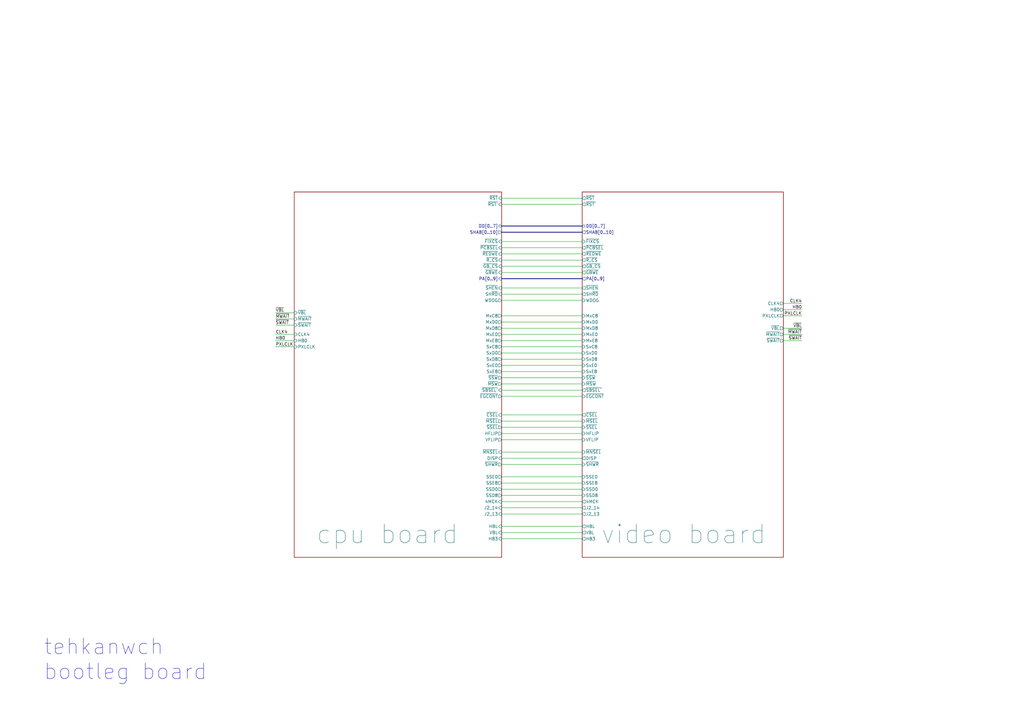
<source format=kicad_sch>
(kicad_sch
	(version 20231120)
	(generator "eeschema")
	(generator_version "8.0")
	(uuid "f324726e-ed6b-4b88-9562-4b07e126a276")
	(paper "A3")
	(title_block
		(title "TEHKAN WORLD CUP (tehkanwch bootleg)")
		(date "2024-10-12")
		(company "JOTEGO")
		(comment 1 "Jose Tejada")
	)
	(lib_symbols)
	(wire
		(pts
			(xy 205.74 187.96) (xy 238.76 187.96)
		)
		(stroke
			(width 0)
			(type default)
		)
		(uuid "02859d19-1d92-4bb4-9ff5-47cc697b3b24")
	)
	(wire
		(pts
			(xy 205.74 190.5) (xy 238.76 190.5)
		)
		(stroke
			(width 0)
			(type default)
		)
		(uuid "05c49087-267f-4784-a5a7-72c07c0e296e")
	)
	(wire
		(pts
			(xy 321.31 124.46) (xy 328.93 124.46)
		)
		(stroke
			(width 0)
			(type default)
		)
		(uuid "0c417360-606a-49a0-88ad-31d3111cc47c")
	)
	(wire
		(pts
			(xy 205.74 195.58) (xy 238.76 195.58)
		)
		(stroke
			(width 0)
			(type default)
		)
		(uuid "13ac3dc0-2056-493c-a243-e59c7d883193")
	)
	(wire
		(pts
			(xy 205.74 139.7) (xy 238.76 139.7)
		)
		(stroke
			(width 0)
			(type default)
		)
		(uuid "1405cc02-e5ce-4cd0-a50d-96caa4390f2c")
	)
	(bus
		(pts
			(xy 205.74 95.25) (xy 238.76 95.25)
		)
		(stroke
			(width 0)
			(type default)
		)
		(uuid "163a0543-fefc-4c44-a117-59027c995e0c")
	)
	(wire
		(pts
			(xy 205.74 208.28) (xy 238.76 208.28)
		)
		(stroke
			(width 0)
			(type default)
		)
		(uuid "1a173945-50ab-46e0-8797-88a209bc1ee6")
	)
	(wire
		(pts
			(xy 205.74 109.22) (xy 238.76 109.22)
		)
		(stroke
			(width 0)
			(type default)
		)
		(uuid "1c89c9d4-d22d-458e-b9fa-ad26552b6073")
	)
	(wire
		(pts
			(xy 321.31 134.62) (xy 328.93 134.62)
		)
		(stroke
			(width 0)
			(type default)
		)
		(uuid "1e4a3ca2-6c56-4327-9cc9-0326df0290a6")
	)
	(wire
		(pts
			(xy 321.31 129.54) (xy 328.93 129.54)
		)
		(stroke
			(width 0)
			(type default)
		)
		(uuid "2840dd47-4037-42bf-a421-3ab7d0410f7b")
	)
	(bus
		(pts
			(xy 205.74 92.71) (xy 238.76 92.71)
		)
		(stroke
			(width 0)
			(type default)
		)
		(uuid "29b54d67-b748-41a4-a41a-182680410723")
	)
	(wire
		(pts
			(xy 120.65 142.24) (xy 113.03 142.24)
		)
		(stroke
			(width 0)
			(type default)
		)
		(uuid "2ed62f05-87de-435e-a0d8-4120706bf594")
	)
	(wire
		(pts
			(xy 321.31 139.7) (xy 328.93 139.7)
		)
		(stroke
			(width 0)
			(type default)
		)
		(uuid "34978d31-4500-4f36-bdec-510401b113a0")
	)
	(wire
		(pts
			(xy 205.74 104.14) (xy 238.76 104.14)
		)
		(stroke
			(width 0)
			(type default)
		)
		(uuid "3f28c942-b80e-4703-aae6-67fc5073999a")
	)
	(wire
		(pts
			(xy 120.65 137.16) (xy 113.03 137.16)
		)
		(stroke
			(width 0)
			(type default)
		)
		(uuid "46980912-189c-4eca-925c-fd42027c6468")
	)
	(wire
		(pts
			(xy 205.74 180.34) (xy 238.76 180.34)
		)
		(stroke
			(width 0)
			(type default)
		)
		(uuid "4ee9fe78-3539-400d-95fc-09e5c248054d")
	)
	(wire
		(pts
			(xy 120.65 133.35) (xy 113.03 133.35)
		)
		(stroke
			(width 0)
			(type default)
		)
		(uuid "5057172d-4f42-482c-a22f-da48df5419ac")
	)
	(wire
		(pts
			(xy 205.74 198.12) (xy 238.76 198.12)
		)
		(stroke
			(width 0)
			(type default)
		)
		(uuid "50765f1f-0d04-4be3-b90d-49dc8eebb45e")
	)
	(wire
		(pts
			(xy 205.74 170.18) (xy 238.76 170.18)
		)
		(stroke
			(width 0)
			(type default)
		)
		(uuid "57cc8519-b92e-46ea-830d-7bc37e3f863b")
	)
	(wire
		(pts
			(xy 205.74 218.44) (xy 238.76 218.44)
		)
		(stroke
			(width 0)
			(type default)
		)
		(uuid "58510bd5-bb4f-4462-a712-d4708a1351eb")
	)
	(wire
		(pts
			(xy 120.65 139.7) (xy 113.03 139.7)
		)
		(stroke
			(width 0)
			(type default)
		)
		(uuid "5a9ece25-bba8-4d22-9df6-eee5961d8f5e")
	)
	(wire
		(pts
			(xy 205.74 123.19) (xy 238.76 123.19)
		)
		(stroke
			(width 0)
			(type default)
		)
		(uuid "5c031b1a-29d3-4ad2-9137-39f8acbfc410")
	)
	(wire
		(pts
			(xy 205.74 149.86) (xy 238.76 149.86)
		)
		(stroke
			(width 0)
			(type default)
		)
		(uuid "6428b800-f661-4edd-8bea-c1a2a67ed367")
	)
	(wire
		(pts
			(xy 120.65 130.81) (xy 113.03 130.81)
		)
		(stroke
			(width 0)
			(type default)
		)
		(uuid "694fd8d7-b1ca-4b1d-9677-45e48a80e7ac")
	)
	(wire
		(pts
			(xy 321.31 127) (xy 328.93 127)
		)
		(stroke
			(width 0)
			(type default)
		)
		(uuid "6f47b0a5-67de-4382-904f-5986e8a3807b")
	)
	(wire
		(pts
			(xy 205.74 215.9) (xy 238.76 215.9)
		)
		(stroke
			(width 0)
			(type default)
		)
		(uuid "73fcccef-ad1d-47a3-b5ea-bb7884661787")
	)
	(wire
		(pts
			(xy 321.31 137.16) (xy 328.93 137.16)
		)
		(stroke
			(width 0)
			(type default)
		)
		(uuid "763c2190-724e-4409-ad69-21bb3ae3c098")
	)
	(wire
		(pts
			(xy 205.74 172.72) (xy 238.76 172.72)
		)
		(stroke
			(width 0)
			(type default)
		)
		(uuid "7742b903-639e-4683-8f55-af926e53eab9")
	)
	(wire
		(pts
			(xy 205.74 154.94) (xy 238.76 154.94)
		)
		(stroke
			(width 0)
			(type default)
		)
		(uuid "77f6e292-3bc0-4ae8-a034-143b2695c89e")
	)
	(wire
		(pts
			(xy 205.74 160.02) (xy 238.76 160.02)
		)
		(stroke
			(width 0)
			(type default)
		)
		(uuid "7f7c6f1d-d7ce-4788-899c-cc9653fbcf70")
	)
	(wire
		(pts
			(xy 205.74 132.08) (xy 238.76 132.08)
		)
		(stroke
			(width 0)
			(type default)
		)
		(uuid "8063796b-63b1-4d63-bca9-014bb9981c9e")
	)
	(wire
		(pts
			(xy 205.74 142.24) (xy 238.76 142.24)
		)
		(stroke
			(width 0)
			(type default)
		)
		(uuid "86f3d0c3-4290-4cdd-9266-14f64ea8a4e1")
	)
	(wire
		(pts
			(xy 205.74 200.66) (xy 238.76 200.66)
		)
		(stroke
			(width 0)
			(type default)
		)
		(uuid "8a70ae53-f185-4ac8-b378-872e4a848dc1")
	)
	(wire
		(pts
			(xy 120.65 128.27) (xy 113.03 128.27)
		)
		(stroke
			(width 0)
			(type default)
		)
		(uuid "8c457cbb-fcd0-446e-91e9-ff90fa2e8871")
	)
	(wire
		(pts
			(xy 205.74 185.42) (xy 238.76 185.42)
		)
		(stroke
			(width 0)
			(type default)
		)
		(uuid "9149c505-8df3-4a0d-97a5-25803a35260a")
	)
	(wire
		(pts
			(xy 205.74 120.65) (xy 238.76 120.65)
		)
		(stroke
			(width 0)
			(type default)
		)
		(uuid "927fbaa4-1541-4085-a2e0-e29740ac968c")
	)
	(wire
		(pts
			(xy 205.74 175.26) (xy 238.76 175.26)
		)
		(stroke
			(width 0)
			(type default)
		)
		(uuid "92a22922-fd8a-453c-b55c-59d8a93f0c61")
	)
	(wire
		(pts
			(xy 205.74 177.8) (xy 238.76 177.8)
		)
		(stroke
			(width 0)
			(type default)
		)
		(uuid "946ce8e5-1abc-43cd-9cc4-007cd0324456")
	)
	(wire
		(pts
			(xy 205.74 144.78) (xy 238.76 144.78)
		)
		(stroke
			(width 0)
			(type default)
		)
		(uuid "995b7f55-7b26-4395-b0f9-11ffdb0059e4")
	)
	(wire
		(pts
			(xy 205.74 101.6) (xy 238.76 101.6)
		)
		(stroke
			(width 0)
			(type default)
		)
		(uuid "9aace464-f03b-4f86-bacf-409f036f38e3")
	)
	(bus
		(pts
			(xy 205.74 114.3) (xy 238.76 114.3)
		)
		(stroke
			(width 0)
			(type default)
		)
		(uuid "9f6789b3-aa2f-483c-9eaf-91e8c39291b7")
	)
	(wire
		(pts
			(xy 205.74 203.2) (xy 238.76 203.2)
		)
		(stroke
			(width 0)
			(type default)
		)
		(uuid "a06f4d08-8fa7-4196-ac73-635640dba816")
	)
	(wire
		(pts
			(xy 205.74 106.68) (xy 238.76 106.68)
		)
		(stroke
			(width 0)
			(type default)
		)
		(uuid "acf1791f-af0e-4b15-b6c7-9c133ba79e4b")
	)
	(wire
		(pts
			(xy 205.74 134.62) (xy 238.76 134.62)
		)
		(stroke
			(width 0)
			(type default)
		)
		(uuid "b2524ce5-d7de-4d6b-a484-f1e2ea75d2d2")
	)
	(wire
		(pts
			(xy 205.74 81.28) (xy 238.76 81.28)
		)
		(stroke
			(width 0)
			(type default)
		)
		(uuid "bb927a3e-b747-4420-a298-efec02597377")
	)
	(wire
		(pts
			(xy 205.74 111.76) (xy 238.76 111.76)
		)
		(stroke
			(width 0)
			(type default)
		)
		(uuid "c1e00d29-3810-46e3-97d0-7009b8fcb783")
	)
	(wire
		(pts
			(xy 205.74 210.82) (xy 238.76 210.82)
		)
		(stroke
			(width 0)
			(type default)
		)
		(uuid "c832f3ad-93ea-4d1d-8197-8f3296fe32ba")
	)
	(wire
		(pts
			(xy 205.74 129.54) (xy 238.76 129.54)
		)
		(stroke
			(width 0)
			(type default)
		)
		(uuid "cc29a593-4d6c-4a87-9149-6b5122e4c2c7")
	)
	(wire
		(pts
			(xy 205.74 205.74) (xy 238.76 205.74)
		)
		(stroke
			(width 0)
			(type default)
		)
		(uuid "d23cd553-5a4a-4327-8334-da59db92b2ea")
	)
	(wire
		(pts
			(xy 205.74 118.11) (xy 238.76 118.11)
		)
		(stroke
			(width 0)
			(type default)
		)
		(uuid "da00d44a-5d34-4dc8-90d5-43a234f1e521")
	)
	(wire
		(pts
			(xy 205.74 220.98) (xy 238.76 220.98)
		)
		(stroke
			(width 0)
			(type default)
		)
		(uuid "df2e925b-ebbf-4624-b425-c42af0595179")
	)
	(wire
		(pts
			(xy 205.74 152.4) (xy 238.76 152.4)
		)
		(stroke
			(width 0)
			(type default)
		)
		(uuid "e01385d1-0e53-47ab-9294-5f48974a3065")
	)
	(wire
		(pts
			(xy 205.74 147.32) (xy 238.76 147.32)
		)
		(stroke
			(width 0)
			(type default)
		)
		(uuid "e4ba2a04-778e-4a57-8451-e1e4858b5ac4")
	)
	(wire
		(pts
			(xy 205.74 137.16) (xy 238.76 137.16)
		)
		(stroke
			(width 0)
			(type default)
		)
		(uuid "e7b1b56a-7226-463d-a442-38d158ba773f")
	)
	(wire
		(pts
			(xy 205.74 83.82) (xy 238.76 83.82)
		)
		(stroke
			(width 0)
			(type default)
		)
		(uuid "ecea3977-fec9-433b-acc3-a6445dbe2f0f")
	)
	(wire
		(pts
			(xy 205.74 162.56) (xy 238.76 162.56)
		)
		(stroke
			(width 0)
			(type default)
		)
		(uuid "efb8fe9b-eb82-4d04-bfa3-32d9be56d339")
	)
	(wire
		(pts
			(xy 205.74 99.06) (xy 238.76 99.06)
		)
		(stroke
			(width 0)
			(type default)
		)
		(uuid "fac350cc-f983-4709-9ee5-59c1a765e4bd")
	)
	(wire
		(pts
			(xy 205.74 157.48) (xy 238.76 157.48)
		)
		(stroke
			(width 0)
			(type default)
		)
		(uuid "fdfb7d0d-4d95-4100-909d-f26f5864e2fd")
	)
	(text "tehkanwch\nbootleg board\n"
		(exclude_from_sim no)
		(at 17.78 270.51 0)
		(effects
			(font
				(size 6.35 6.35)
			)
			(justify left)
		)
		(uuid "b4c0f1d1-0cce-44f2-8710-7ea9a3421478")
	)
	(label "HB0"
		(at 328.93 127 180)
		(fields_autoplaced yes)
		(effects
			(font
				(size 1.27 1.27)
			)
			(justify right bottom)
		)
		(uuid "10fb6cd5-5106-404b-9ff7-44953b0f94cb")
	)
	(label "~{SWAIT}"
		(at 113.03 133.35 0)
		(fields_autoplaced yes)
		(effects
			(font
				(size 1.27 1.27)
			)
			(justify left bottom)
		)
		(uuid "309b99ac-08d9-433a-8b6d-1e8c4ca8493c")
	)
	(label "HB0"
		(at 113.03 139.7 0)
		(fields_autoplaced yes)
		(effects
			(font
				(size 1.27 1.27)
			)
			(justify left bottom)
		)
		(uuid "3d1d43eb-c07e-44e2-a398-299f396d2f19")
	)
	(label "PXLCLK"
		(at 328.93 129.54 180)
		(fields_autoplaced yes)
		(effects
			(font
				(size 1.27 1.27)
			)
			(justify right bottom)
		)
		(uuid "490f686a-111f-45cb-8164-6e2cc2f4ee37")
	)
	(label "CLK4"
		(at 113.03 137.16 0)
		(fields_autoplaced yes)
		(effects
			(font
				(size 1.27 1.27)
			)
			(justify left bottom)
		)
		(uuid "5977cfda-bdef-4781-aa22-62ea5b588857")
	)
	(label "~{VBL}"
		(at 113.03 128.27 0)
		(fields_autoplaced yes)
		(effects
			(font
				(size 1.27 1.27)
			)
			(justify left bottom)
		)
		(uuid "7a537441-507a-4e40-b901-146e2e0828d4")
	)
	(label "~{MWAIT}"
		(at 113.03 130.81 0)
		(fields_autoplaced yes)
		(effects
			(font
				(size 1.27 1.27)
			)
			(justify left bottom)
		)
		(uuid "8cca44fe-6ccb-4535-b063-18fe06f8de73")
	)
	(label "~{VBL}"
		(at 328.93 134.62 180)
		(fields_autoplaced yes)
		(effects
			(font
				(size 1.27 1.27)
			)
			(justify right bottom)
		)
		(uuid "9e1ba147-b8b5-43e3-b5f1-13a4ce9ae408")
	)
	(label "PXLCLK"
		(at 113.03 142.24 0)
		(fields_autoplaced yes)
		(effects
			(font
				(size 1.27 1.27)
			)
			(justify left bottom)
		)
		(uuid "b1afcbf8-f547-4116-97a7-8204b739fbef")
	)
	(label "~{MWAIT}"
		(at 328.93 137.16 180)
		(fields_autoplaced yes)
		(effects
			(font
				(size 1.27 1.27)
			)
			(justify right bottom)
		)
		(uuid "d1f9cf27-f234-40c6-baee-efdd42c5cfef")
	)
	(label "~{SWAIT}"
		(at 328.93 139.7 180)
		(fields_autoplaced yes)
		(effects
			(font
				(size 1.27 1.27)
			)
			(justify right bottom)
		)
		(uuid "ecd1a140-9c19-43df-ab18-f81e5f18adc9")
	)
	(label "CLK4"
		(at 328.93 124.46 180)
		(fields_autoplaced yes)
		(effects
			(font
				(size 1.27 1.27)
			)
			(justify right bottom)
		)
		(uuid "fb3be81f-63f2-4eb5-9bf6-2cc1bfc8454c")
	)
	(sheet
		(at 120.65 78.74)
		(size 85.09 149.86)
		(stroke
			(width 0.1524)
			(type solid)
		)
		(fill
			(color 0 0 0 0.0000)
		)
		(uuid "4d18f4f6-4d7d-4823-941f-121a8e5c871f")
		(property "Sheetname" "cpu board"
			(at 129.54 223.52 0)
			(effects
				(font
					(size 7.62 7.62)
				)
				(justify left bottom)
			)
		)
		(property "Sheetfile" "cpu.kicad_sch"
			(at 120.65 229.1846 0)
			(effects
				(font
					(size 1.27 1.27)
				)
				(justify left top)
				(hide yes)
			)
		)
		(pin "DD[0..7]" bidirectional
			(at 205.74 92.71 0)
			(effects
				(font
					(size 1.27 1.27)
				)
				(justify right)
			)
			(uuid "0d929285-2f80-420f-877f-ceef70444eb7")
		)
		(pin "~{EGCONT}" output
			(at 205.74 162.56 0)
			(effects
				(font
					(size 1.27 1.27)
				)
				(justify right)
			)
			(uuid "78ad4edf-b873-411d-a399-181b04bc1a92")
		)
		(pin "~{MSW}" output
			(at 205.74 157.48 0)
			(effects
				(font
					(size 1.27 1.27)
				)
				(justify right)
			)
			(uuid "3d2c3ddf-c3d9-4e99-ab98-d67937c1df49")
		)
		(pin "~{MSEL}" output
			(at 205.74 172.72 0)
			(effects
				(font
					(size 1.27 1.27)
				)
				(justify right)
			)
			(uuid "650d4a01-38dc-4fbd-9543-b1342c63e7e3")
		)
		(pin "~{SHEN}" input
			(at 205.74 118.11 0)
			(effects
				(font
					(size 1.27 1.27)
				)
				(justify right)
			)
			(uuid "b647c803-3977-493a-80ab-399780a0d76c")
		)
		(pin "SxD8" output
			(at 205.74 147.32 0)
			(effects
				(font
					(size 1.27 1.27)
				)
				(justify right)
			)
			(uuid "0f07a606-2fe0-45ae-b214-6e761859b2f1")
		)
		(pin "SxE0" output
			(at 205.74 149.86 0)
			(effects
				(font
					(size 1.27 1.27)
				)
				(justify right)
			)
			(uuid "c7a8ae1c-1ed9-453e-b416-fad3b21bf651")
		)
		(pin "MxD0" output
			(at 205.74 132.08 0)
			(effects
				(font
					(size 1.27 1.27)
				)
				(justify right)
			)
			(uuid "0f8fe431-40c4-4d57-9cca-da02f861d4d2")
		)
		(pin "MxE8" output
			(at 205.74 139.7 0)
			(effects
				(font
					(size 1.27 1.27)
				)
				(justify right)
			)
			(uuid "526863e6-2241-4f3b-9d96-d02c6b22b546")
		)
		(pin "MxE0" output
			(at 205.74 137.16 0)
			(effects
				(font
					(size 1.27 1.27)
				)
				(justify right)
			)
			(uuid "3a2d1f9b-eacc-48cd-b71b-bd6aae753d03")
		)
		(pin "SxD0" output
			(at 205.74 144.78 0)
			(effects
				(font
					(size 1.27 1.27)
				)
				(justify right)
			)
			(uuid "681718d0-31f4-47ca-8c01-50ff4247a59f")
		)
		(pin "SxE8" output
			(at 205.74 152.4 0)
			(effects
				(font
					(size 1.27 1.27)
				)
				(justify right)
			)
			(uuid "3f64e667-74ea-46e9-96da-2b68317ff9d1")
		)
		(pin "~{SSEL}" output
			(at 205.74 175.26 0)
			(effects
				(font
					(size 1.27 1.27)
				)
				(justify right)
			)
			(uuid "045ddb54-ff34-493f-8bb7-66012cfc1daa")
		)
		(pin "~{SBSEL'}" input
			(at 205.74 160.02 0)
			(effects
				(font
					(size 1.27 1.27)
				)
				(justify right)
			)
			(uuid "7bef612b-30e3-4b15-876e-d1a4f7a3a07f")
		)
		(pin "~{SSW}" output
			(at 205.74 154.94 0)
			(effects
				(font
					(size 1.27 1.27)
				)
				(justify right)
			)
			(uuid "54968c46-e8c0-4606-a6c2-e1a78702528d")
		)
		(pin "MxC8" output
			(at 205.74 129.54 0)
			(effects
				(font
					(size 1.27 1.27)
				)
				(justify right)
			)
			(uuid "30bf0427-b1d0-487d-820b-7b8af368e6ca")
		)
		(pin "SxC8" output
			(at 205.74 142.24 0)
			(effects
				(font
					(size 1.27 1.27)
				)
				(justify right)
			)
			(uuid "93e3e984-c055-4408-a13b-2f014d242557")
		)
		(pin "MxD8" output
			(at 205.74 134.62 0)
			(effects
				(font
					(size 1.27 1.27)
				)
				(justify right)
			)
			(uuid "38fbb0ba-d021-4e38-bc70-2d929a0b90f4")
		)
		(pin "~{MWAIT}" input
			(at 120.65 130.81 180)
			(effects
				(font
					(size 1.27 1.27)
				)
				(justify left)
			)
			(uuid "f8f652a9-d598-4145-9360-25cf860f4f81")
		)
		(pin "~{RST}" input
			(at 205.74 81.28 0)
			(effects
				(font
					(size 1.27 1.27)
				)
				(justify right)
			)
			(uuid "995c0aaf-c09f-4d18-a026-0b27b5bc0088")
		)
		(pin "~{GB_CS}" input
			(at 205.74 109.22 0)
			(effects
				(font
					(size 1.27 1.27)
				)
				(justify right)
			)
			(uuid "53c65095-cef0-4ad0-abd5-2e2d5493ca5e")
		)
		(pin "SH~{RD}" input
			(at 205.74 120.65 0)
			(effects
				(font
					(size 1.27 1.27)
				)
				(justify right)
			)
			(uuid "2e982dc2-e395-4ccf-b9f5-24faaf53268c")
		)
		(pin "~{GBWE}" input
			(at 205.74 111.76 0)
			(effects
				(font
					(size 1.27 1.27)
				)
				(justify right)
			)
			(uuid "56b25d15-8083-43ca-9a8d-1983e5c8e030")
		)
		(pin "PA[0..9]" input
			(at 205.74 114.3 0)
			(effects
				(font
					(size 1.27 1.27)
				)
				(justify right)
			)
			(uuid "c0ecba2a-503e-44e8-b52e-6465a200f435")
		)
		(pin "~{SWAIT}" input
			(at 120.65 133.35 180)
			(effects
				(font
					(size 1.27 1.27)
				)
				(justify left)
			)
			(uuid "6cc37e09-349a-4db7-aa1c-0555633b73cb")
		)
		(pin "~{VBL}" input
			(at 120.65 128.27 180)
			(effects
				(font
					(size 1.27 1.27)
				)
				(justify left)
			)
			(uuid "121db8ec-775a-4b62-8b8b-c16a74c7665a")
		)
		(pin "CLK4" input
			(at 120.65 137.16 180)
			(effects
				(font
					(size 1.27 1.27)
				)
				(justify left)
			)
			(uuid "01b4c3d8-5f41-4094-9500-82d68d2fd649")
		)
		(pin "HB0" input
			(at 120.65 139.7 180)
			(effects
				(font
					(size 1.27 1.27)
				)
				(justify left)
			)
			(uuid "56185251-7526-432b-81d5-e79a9dfb8a46")
		)
		(pin "PXLCLK" input
			(at 120.65 142.24 180)
			(effects
				(font
					(size 1.27 1.27)
				)
				(justify left)
			)
			(uuid "018d6772-8c40-4d48-a2ea-c8ccd00d7f08")
		)
		(pin "~{R_CS}" input
			(at 205.74 106.68 0)
			(effects
				(font
					(size 1.27 1.27)
				)
				(justify right)
			)
			(uuid "47577623-d131-449c-92ac-3299c29987ed")
		)
		(pin "~{REDWE}" input
			(at 205.74 104.14 0)
			(effects
				(font
					(size 1.27 1.27)
				)
				(justify right)
			)
			(uuid "db8be03c-791d-46fe-bba0-8cde337f6b85")
		)
		(pin "SHAB[0..10]" output
			(at 205.74 95.25 0)
			(effects
				(font
					(size 1.27 1.27)
				)
				(justify right)
			)
			(uuid "22f6fe5c-d0b2-468b-9ac8-397b81e466cb")
		)
		(pin "VFLIP" output
			(at 205.74 180.34 0)
			(effects
				(font
					(size 1.27 1.27)
				)
				(justify right)
			)
			(uuid "5197d59e-4653-4902-9ed7-2c48da27727f")
		)
		(pin "HFLIP" output
			(at 205.74 177.8 0)
			(effects
				(font
					(size 1.27 1.27)
				)
				(justify right)
			)
			(uuid "a642444e-e5c3-493d-8c69-b2ac87f61eaa")
		)
		(pin "WDOG" output
			(at 205.74 123.19 0)
			(effects
				(font
					(size 1.27 1.27)
				)
				(justify right)
			)
			(uuid "e160f192-b8fc-4b67-994e-91ec39b78582")
		)
		(pin "~{RST'}" input
			(at 205.74 83.82 0)
			(effects
				(font
					(size 1.27 1.27)
				)
				(justify right)
			)
			(uuid "56ea7290-5a57-4d78-9c48-b815cdf794a4")
		)
		(pin "HB3" input
			(at 205.74 220.98 0)
			(effects
				(font
					(size 1.27 1.27)
				)
				(justify right)
			)
			(uuid "5ec36040-823e-4641-9a34-b4d8e90691ec")
		)
		(pin "DISP" input
			(at 205.74 187.96 0)
			(effects
				(font
					(size 1.27 1.27)
				)
				(justify right)
			)
			(uuid "b2fc207e-f9ab-4659-a59f-374e376ba657")
		)
		(pin "~{MNSEL}" input
			(at 205.74 185.42 0)
			(effects
				(font
					(size 1.27 1.27)
				)
				(justify right)
			)
			(uuid "b02e9dcd-c9a1-46cb-857e-625416088129")
		)
		(pin "VBL" input
			(at 205.74 218.44 0)
			(effects
				(font
					(size 1.27 1.27)
				)
				(justify right)
			)
			(uuid "5e5cf2a9-9cf1-4188-8b66-48eb5600b6eb")
		)
		(pin "HBL" input
			(at 205.74 215.9 0)
			(effects
				(font
					(size 1.27 1.27)
				)
				(justify right)
			)
			(uuid "2ad209c6-4e0d-44bd-8474-63d6ca285d4a")
		)
		(pin "SSE0" output
			(at 205.74 195.58 0)
			(effects
				(font
					(size 1.27 1.27)
				)
				(justify right)
			)
			(uuid "b47d48fa-d156-4f6a-8ec9-9fd34848b1fd")
		)
		(pin "SSD0" output
			(at 205.74 200.66 0)
			(effects
				(font
					(size 1.27 1.27)
				)
				(justify right)
			)
			(uuid "86c7a1a8-9bb6-4461-9448-1bb43f6357f2")
		)
		(pin "~{PCBSEL}" input
			(at 205.74 101.6 0)
			(effects
				(font
					(size 1.27 1.27)
				)
				(justify right)
			)
			(uuid "523310e5-acf3-43ea-9563-c3bba50ebe32")
		)
		(pin "~{CSEL}" input
			(at 205.74 170.18 0)
			(effects
				(font
					(size 1.27 1.27)
				)
				(justify right)
			)
			(uuid "9491ff7a-838d-4b00-88f4-69a78b0a68fa")
		)
		(pin "4MCK" input
			(at 205.74 205.74 0)
			(effects
				(font
					(size 1.27 1.27)
				)
				(justify right)
			)
			(uuid "c71897c5-ebdd-4b48-9154-6f0eaca987bd")
		)
		(pin "SSE8" output
			(at 205.74 198.12 0)
			(effects
				(font
					(size 1.27 1.27)
				)
				(justify right)
			)
			(uuid "f20a2449-c8bd-4f1c-bbe9-3cfd5c360c5c")
		)
		(pin "SSD8" output
			(at 205.74 203.2 0)
			(effects
				(font
					(size 1.27 1.27)
				)
				(justify right)
			)
			(uuid "00108f9a-be52-4c24-8cc6-035ffbb04006")
		)
		(pin "~{SHWR}" output
			(at 205.74 190.5 0)
			(effects
				(font
					(size 1.27 1.27)
				)
				(justify right)
			)
			(uuid "06a79335-77dc-4b6f-b831-cf01280f9071")
		)
		(pin "~{FIXCS}" input
			(at 205.74 99.06 0)
			(effects
				(font
					(size 1.27 1.27)
				)
				(justify right)
			)
			(uuid "b2325472-9043-469a-8480-d0e424bb4213")
		)
		(pin "J2_14" input
			(at 205.74 208.28 0)
			(effects
				(font
					(size 1.27 1.27)
				)
				(justify right)
			)
			(uuid "66f3833c-e284-4ab6-95b3-a26ae597d8d3")
		)
		(pin "J2_13" input
			(at 205.74 210.82 0)
			(effects
				(font
					(size 1.27 1.27)
				)
				(justify right)
			)
			(uuid "44ffbe3b-5f94-4fb5-810a-ea34b75a894a")
		)
		(instances
			(project "tehkanwch"
				(path "/f324726e-ed6b-4b88-9562-4b07e126a276"
					(page "9")
				)
			)
		)
	)
	(sheet
		(at 238.76 78.74)
		(size 82.55 149.86)
		(stroke
			(width 0.1524)
			(type solid)
		)
		(fill
			(color 0 0 0 0.0000)
		)
		(uuid "56aec395-157a-4316-b36d-6d5b98537911")
		(property "Sheetname" "video board"
			(at 246.38 223.52 0)
			(effects
				(font
					(size 7.62 7.62)
				)
				(justify left bottom)
			)
		)
		(property "Sheetfile" "video.kicad_sch"
			(at 238.76 229.1846 0)
			(effects
				(font
					(size 1.27 1.27)
				)
				(justify left top)
				(hide yes)
			)
		)
		(pin "~{GB_CS}" output
			(at 238.76 109.22 180)
			(effects
				(font
					(size 1.27 1.27)
				)
				(justify left)
			)
			(uuid "e7c992c2-52ac-428f-9719-acfaca15d8a2")
		)
		(pin "SH~{RD}" output
			(at 238.76 120.65 180)
			(effects
				(font
					(size 1.27 1.27)
				)
				(justify left)
			)
			(uuid "1f383912-d6f9-42c4-be3d-55dff9043c5c")
		)
		(pin "~{GBWE}" output
			(at 238.76 111.76 180)
			(effects
				(font
					(size 1.27 1.27)
				)
				(justify left)
			)
			(uuid "2c5f6879-7cda-4f8c-97f6-458e59a437dc")
		)
		(pin "PA[0..9]" output
			(at 238.76 114.3 180)
			(effects
				(font
					(size 1.27 1.27)
				)
				(justify left)
			)
			(uuid "7e8bd30c-30e7-492f-8c80-08cd0b0424d1")
		)
		(pin "SxD0" input
			(at 238.76 144.78 180)
			(effects
				(font
					(size 1.27 1.27)
				)
				(justify left)
			)
			(uuid "1d789453-1100-438c-8d87-c3a4029ae50a")
		)
		(pin "SxC8" input
			(at 238.76 142.24 180)
			(effects
				(font
					(size 1.27 1.27)
				)
				(justify left)
			)
			(uuid "16bd014b-42b5-46c0-9134-f68d5e1917e7")
		)
		(pin "MxD8" input
			(at 238.76 134.62 180)
			(effects
				(font
					(size 1.27 1.27)
				)
				(justify left)
			)
			(uuid "2bc79526-206e-413e-84b1-53b7f15c0181")
		)
		(pin "MxC8" input
			(at 238.76 129.54 180)
			(effects
				(font
					(size 1.27 1.27)
				)
				(justify left)
			)
			(uuid "03d592c9-84a4-4f11-b9ed-f4aac5e0776f")
		)
		(pin "SxE8" input
			(at 238.76 152.4 180)
			(effects
				(font
					(size 1.27 1.27)
				)
				(justify left)
			)
			(uuid "ece97941-71e7-445f-98fe-4c1e6e2f72b9")
		)
		(pin "MxE0" input
			(at 238.76 137.16 180)
			(effects
				(font
					(size 1.27 1.27)
				)
				(justify left)
			)
			(uuid "3364335a-9c44-488e-a7ee-38564909cd36")
		)
		(pin "DD[0..7]" bidirectional
			(at 238.76 92.71 180)
			(effects
				(font
					(size 1.27 1.27)
				)
				(justify left)
			)
			(uuid "eaf4e6cc-1156-4221-91d2-07509fdac529")
		)
		(pin "SHAB[0..10]" output
			(at 238.76 95.25 180)
			(effects
				(font
					(size 1.27 1.27)
				)
				(justify left)
			)
			(uuid "def59eff-317a-4987-9225-33a1defa50cb")
		)
		(pin "~{SSW}" input
			(at 238.76 154.94 180)
			(effects
				(font
					(size 1.27 1.27)
				)
				(justify left)
			)
			(uuid "10343206-6072-49f7-86b0-6117b3a64811")
		)
		(pin "VFLIP" input
			(at 238.76 180.34 180)
			(effects
				(font
					(size 1.27 1.27)
				)
				(justify left)
			)
			(uuid "bc3d2915-b430-40f8-be44-8a7ced920234")
		)
		(pin "~{SHEN}" output
			(at 238.76 118.11 180)
			(effects
				(font
					(size 1.27 1.27)
				)
				(justify left)
			)
			(uuid "ddb702b1-c27c-422c-b11f-4757e1439ae4")
		)
		(pin "~{MSW}" input
			(at 238.76 157.48 180)
			(effects
				(font
					(size 1.27 1.27)
				)
				(justify left)
			)
			(uuid "7cdc27c3-0a2a-4dc0-a013-8962cd5cd27a")
		)
		(pin "~{FIXCS}" input
			(at 238.76 99.06 180)
			(effects
				(font
					(size 1.27 1.27)
				)
				(justify left)
			)
			(uuid "ff4155cf-1164-4524-b0a5-9a5e87fcffd8")
		)
		(pin "~{EGCONT}" input
			(at 238.76 162.56 180)
			(effects
				(font
					(size 1.27 1.27)
				)
				(justify left)
			)
			(uuid "cccc9d46-d9a3-4e00-8f68-5c08587f397e")
		)
		(pin "~{MSEL}" input
			(at 238.76 172.72 180)
			(effects
				(font
					(size 1.27 1.27)
				)
				(justify left)
			)
			(uuid "a29e5d56-7328-41b4-a623-92276de79136")
		)
		(pin "MxD0" input
			(at 238.76 132.08 180)
			(effects
				(font
					(size 1.27 1.27)
				)
				(justify left)
			)
			(uuid "a9525477-c27c-4900-a0a8-4ff097f14a5a")
		)
		(pin "MxE8" input
			(at 238.76 139.7 180)
			(effects
				(font
					(size 1.27 1.27)
				)
				(justify left)
			)
			(uuid "d7c5afec-c3d7-4f55-a923-1ceba9664d42")
		)
		(pin "SxE0" input
			(at 238.76 149.86 180)
			(effects
				(font
					(size 1.27 1.27)
				)
				(justify left)
			)
			(uuid "c4fdc30b-c275-4148-8950-b57f3fe26de9")
		)
		(pin "SxD8" input
			(at 238.76 147.32 180)
			(effects
				(font
					(size 1.27 1.27)
				)
				(justify left)
			)
			(uuid "6ae9a839-cf47-45e7-b167-aa8b00c571bc")
		)
		(pin "~{MWAIT}" output
			(at 321.31 137.16 0)
			(effects
				(font
					(size 1.27 1.27)
				)
				(justify right)
			)
			(uuid "53e8e003-2bbf-4882-a134-cbbb5c0116c5")
		)
		(pin "~{RST}" output
			(at 238.76 81.28 180)
			(effects
				(font
					(size 1.27 1.27)
				)
				(justify left)
			)
			(uuid "fc8f1074-3f84-4f2e-8a54-18f5189530ef")
		)
		(pin "CLK4" output
			(at 321.31 124.46 0)
			(effects
				(font
					(size 1.27 1.27)
				)
				(justify right)
			)
			(uuid "bc7820bd-db81-410b-a9f9-675430ee243b")
		)
		(pin "~{SWAIT}" output
			(at 321.31 139.7 0)
			(effects
				(font
					(size 1.27 1.27)
				)
				(justify right)
			)
			(uuid "54186df5-fd84-4030-8554-bc96c38742f9")
		)
		(pin "~{R_CS}" output
			(at 238.76 106.68 180)
			(effects
				(font
					(size 1.27 1.27)
				)
				(justify left)
			)
			(uuid "32149494-1b4c-4ac3-931b-1ea904190626")
		)
		(pin "~{REDWE}" output
			(at 238.76 104.14 180)
			(effects
				(font
					(size 1.27 1.27)
				)
				(justify left)
			)
			(uuid "9eabcb99-0561-4fda-ab24-26ab43596467")
		)
		(pin "HB0" output
			(at 321.31 127 0)
			(effects
				(font
					(size 1.27 1.27)
				)
				(justify right)
			)
			(uuid "67aabd63-10d4-4b5b-958e-5e7d0b6cf474")
		)
		(pin "PXLCLK" output
			(at 321.31 129.54 0)
			(effects
				(font
					(size 1.27 1.27)
				)
				(justify right)
			)
			(uuid "46086c30-f5af-4ee1-9160-f448b57abe78")
		)
		(pin "~{VBL}" output
			(at 321.31 134.62 0)
			(effects
				(font
					(size 1.27 1.27)
				)
				(justify right)
			)
			(uuid "6588a750-f1ba-4f4d-b348-2936ad5f9f3e")
		)
		(pin "~{SBSEL'}" output
			(at 238.76 160.02 180)
			(effects
				(font
					(size 1.27 1.27)
				)
				(justify left)
			)
			(uuid "fa12469b-d83f-4c8d-8884-b7ac9815525a")
		)
		(pin "~{SSEL}" input
			(at 238.76 175.26 180)
			(effects
				(font
					(size 1.27 1.27)
				)
				(justify left)
			)
			(uuid "26a67862-e186-49df-b9d4-ca0ceda16a62")
		)
		(pin "HFLIP" input
			(at 238.76 177.8 180)
			(effects
				(font
					(size 1.27 1.27)
				)
				(justify left)
			)
			(uuid "d82aeefa-78a7-473b-9789-eea09268f9cd")
		)
		(pin "SSD0" input
			(at 238.76 200.66 180)
			(effects
				(font
					(size 1.27 1.27)
				)
				(justify left)
			)
			(uuid "de956f3d-acbf-4655-9e8a-7993523e6a8e")
		)
		(pin "WDOG" input
			(at 238.76 123.19 180)
			(effects
				(font
					(size 1.27 1.27)
				)
				(justify left)
			)
			(uuid "6e13bb80-348d-493d-b430-c3d8057fb925")
		)
		(pin "~{MNSEL}" input
			(at 238.76 185.42 180)
			(effects
				(font
					(size 1.27 1.27)
				)
				(justify left)
			)
			(uuid "4d70aa87-3363-401d-afb2-20bcfa67fa89")
		)
		(pin "SSE8" input
			(at 238.76 198.12 180)
			(effects
				(font
					(size 1.27 1.27)
				)
				(justify left)
			)
			(uuid "a0bcb76a-6e0c-46cd-bd90-e63e602510b5")
		)
		(pin "~{SHWR}" input
			(at 238.76 190.5 180)
			(effects
				(font
					(size 1.27 1.27)
				)
				(justify left)
			)
			(uuid "b79946d2-3c0a-4f1c-b50d-5863fa2b3c39")
		)
		(pin "~{RST'}" output
			(at 238.76 83.82 180)
			(effects
				(font
					(size 1.27 1.27)
				)
				(justify left)
			)
			(uuid "039258fc-b74a-4848-8bed-29db5d41a94a")
		)
		(pin "SSD8" input
			(at 238.76 203.2 180)
			(effects
				(font
					(size 1.27 1.27)
				)
				(justify left)
			)
			(uuid "25c9909d-e175-4bbb-9bef-bb6786a0b9bc")
		)
		(pin "4MCK" output
			(at 238.76 205.74 180)
			(effects
				(font
					(size 1.27 1.27)
				)
				(justify left)
			)
			(uuid "2dd3dfaa-3716-4ad1-8a4f-a90264c53304")
		)
		(pin "~{CSEL}" output
			(at 238.76 170.18 180)
			(effects
				(font
					(size 1.27 1.27)
				)
				(justify left)
			)
			(uuid "adee0dd7-a298-453c-b7f7-02145876a0f4")
		)
		(pin "~{PCBSEL}" output
			(at 238.76 101.6 180)
			(effects
				(font
					(size 1.27 1.27)
				)
				(justify left)
			)
			(uuid "b8fa4b29-caf8-45a2-8dc3-ef72f215ad04")
		)
		(pin "SSE0" input
			(at 238.76 195.58 180)
			(effects
				(font
					(size 1.27 1.27)
				)
				(justify left)
			)
			(uuid "01af736a-2200-415a-85f7-94ad90343a0e")
		)
		(pin "HB3" output
			(at 238.76 220.98 180)
			(effects
				(font
					(size 1.27 1.27)
				)
				(justify left)
			)
			(uuid "b108499c-0cb0-42f3-89f6-2e0551d954a5")
		)
		(pin "HBL" output
			(at 238.76 215.9 180)
			(effects
				(font
					(size 1.27 1.27)
				)
				(justify left)
			)
			(uuid "776aa3d4-a0a5-4923-8cc7-e4a40f3b04fe")
		)
		(pin "VBL" output
			(at 238.76 218.44 180)
			(effects
				(font
					(size 1.27 1.27)
				)
				(justify left)
			)
			(uuid "cb9f188d-75b2-464b-aa44-818676e53444")
		)
		(pin "DISP" output
			(at 238.76 187.96 180)
			(effects
				(font
					(size 1.27 1.27)
				)
				(justify left)
			)
			(uuid "f43a3919-2961-402a-9eb7-e9b16ce105c4")
		)
		(pin "J2_14" output
			(at 238.76 208.28 180)
			(effects
				(font
					(size 1.27 1.27)
				)
				(justify left)
			)
			(uuid "85ccfffb-adbf-4c89-9797-abb40457cc59")
		)
		(pin "J2_13" output
			(at 238.76 210.82 180)
			(effects
				(font
					(size 1.27 1.27)
				)
				(justify left)
			)
			(uuid "7bbea59a-3c59-47b5-bd62-4961082830c6")
		)
		(instances
			(project "tehkanwch"
				(path "/f324726e-ed6b-4b88-9562-4b07e126a276"
					(page "11")
				)
			)
		)
	)
	(sheet_instances
		(path "/"
			(page "1")
		)
	)
)

</source>
